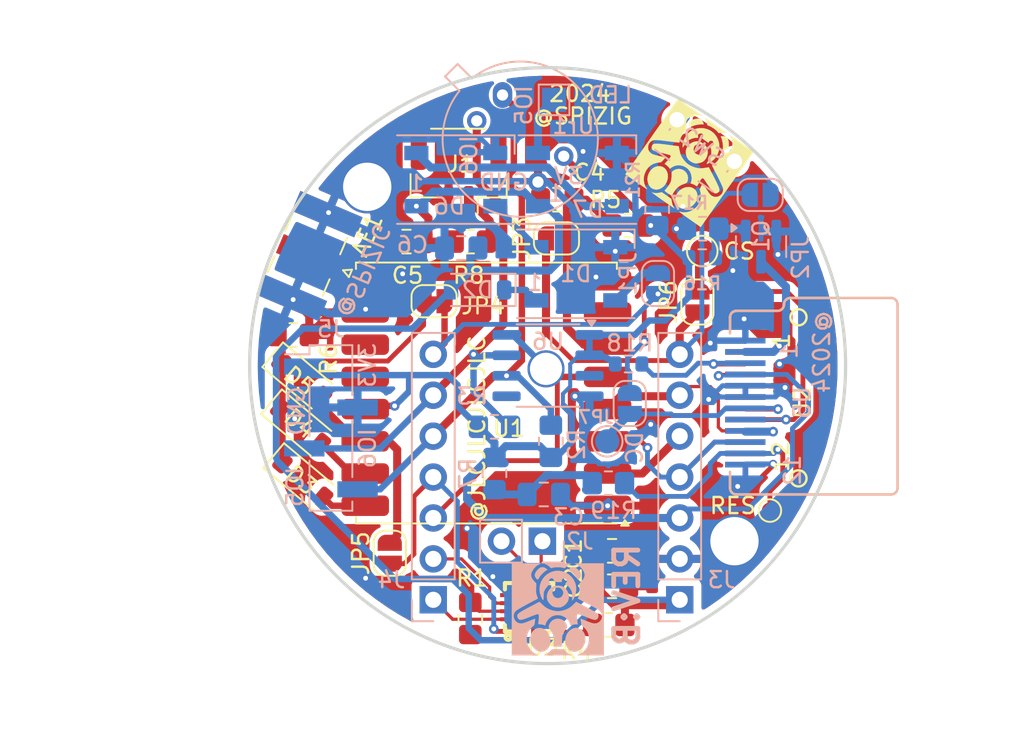
<source format=kicad_pcb>
(kicad_pcb (version 20240108) (generator "pcbnew") (generator_version "8.0")
  (layers (0 "F.Cu" signal) (31 "B.Cu" signal) (34 "B.Paste" user) (35 "F.Paste" user) (36 "B.SilkS" user "B.Silkscreen") (37 "F.SilkS" user "F.Silkscreen") (38 "B.Mask" user) (39 "F.Mask" user) (44 "Edge.Cuts" user))
  (net 0 "")
  (net 1 "GND")
  (net 2 "+3.3VP")
  (net 4 "Net-(C3-Pad1)")
  (net 7 "Net-(D1-DOUT)")
  (net 8 "+BATT")
  (net 9 "/GPIO07")
  (net 10 "/GPIO09")
  (net 11 "/GPIO08")
  (net 12 "/LEDK")
  (net 13 "Net-(Q1-G)")
  (net 14 "Net-(R21-Pad2)")
  (net 17 "Net-(J2-Pin_1)")
  (net 18 "Net-(J2-Pin_2)")
  (net 19 "Net-(U3-GAIN)")
  (net 20 "Net-(U3-SD)")
  (net 21 "/AUDIO_LRC")
  (net 22 "/AUDIO_DIN")
  (net 23 "/AUDIO_BCLK")
  (net 28 "/GPIO03")
  (net 29 "/GPIO06")
  (net 30 "/GPIO05")
  (net 31 "/GPIO43")
  (net 32 "Net-(D3-A)")
  (net 33 "Net-(D4-A)")
  (net 34 "/DIO0")
  (net 35 "/GPIO44")
  (net 36 "Net-(D6-DOUT)")
  (net 37 "Net-(D7-DOUT)")
  (net 38 "/LED_WS2812")
  (net 39 "/SW_X")
  (net 40 "Net-(JP3-B)")
  (net 41 "Net-(AE1-A)")
  (net 42 "Net-(D3-K)")
  (net 43 "Net-(J1-Pin_1)")
  (net 44 "Net-(D1-VDD)")
  (net 45 "/D{slash}C_DIS")
  (net 46 "/LED_DIS")
  (net 47 "/RES_DIS")
  (net 48 "/CS_DIS")
  (footprint "Diode_SMD:D_SOD-123" (layer "F.Cu") (at 98.736027 80.5394 -40)
    (property "Reference" "D5")
    (property "Value" "MBR0530")
  )
  (footprint "Connector_Coaxial:SMA_Samtec_SMA-J-P-X-ST-EM1_EdgeMount" (layer "F.Cu") (at 99.216207 72.895368 -113)
    (property "Reference" "AE1")
    (property "Value" "Antenna_Shield")
  )
  (footprint "Capacitor_SMD:C_0805_2012Metric_Pad1.18x1.45mm_HandSolder" (layer "F.Cu") (at 118 93.4)
    (property "Reference" "C2")
    (property "Value" "100nF")
  )
  (footprint "Connector_JST:JST_GH_SM02B-GHS-TB_1x02-1MP_P1.25mm_Horizontal" (layer "F.Cu") (at 108.475 67.55 180)
    (property "Reference" "J1")
    (property "Value" "Conn_01x02_Female")
  )
  (footprint "Diode_SMD:D_SOD-123" (layer "F.Cu") (at 98.663973 83.4606 -40)
    (property "Reference" "D4")
    (property "Value" "MBR0530")
  )
  (footprint "open-Smartwatch:GC9A01_IPS_display_reversed" (layer "F.Cu") (at 126.525 82 -90)
    (property "Reference" "U2")
    (property "Value" "GC9A01_IPS_display")
  )
  (footprint "Jumper:SolderJumper-2_P1.3mm_Bridged_RoundedPad1.0x1.5mm" (layer "F.Cu") (at 106.95 75.7)
    (property "Reference" "JP4")
    (property "Value" "SolderJumper_2_Open")
  )
  (footprint "Resistor_SMD:R_0805_2012Metric_Pad1.20x1.40mm_HandSolder" (layer "F.Cu") (at 119 71)
    (property "Reference" "R5")
    (property "Value" "10K")
  )
  (footprint "Resistor_SMD:R_0805_2012Metric_Pad1.20x1.40mm_HandSolder" (layer "F.Cu") (at 109.2 95.4 -90)
    (property "Reference" "R1")
    (property "Value" "1K")
  )
  (footprint "Jumper:SolderJumper-2_P1.3mm_Open_RoundedPad1.0x1.5mm" (layer "F.Cu") (at 123.3 75.75 90)
    (property "Reference" "JP6")
    (property "Value" "SolderJumper_2_Open")
  )
  (footprint "baer_klein:baerklein" (layer "F.Cu") (at 122.8 67.1 -35)
    (property "Reference" "TP3" (hide yes))
    (property "Value" "TestPoint" (hide yes))
  )
  (footprint "Capacitor_SMD:C_0805_2012Metric_Pad1.18x1.45mm_HandSolder" (layer "F.Cu") (at 118 91.2)
    (property "Reference" "C1")
    (property "Value" "100nF")
  )
  (footprint "Resistor_SMD:R_0805_2012Metric_Pad1.20x1.40mm_HandSolder" (layer "F.Cu") (at 109.2 72 180)
    (property "Reference" "R8")
    (property "Value" "0R")
  )
  (footprint "Diode_SMD:D_SOD-123" (layer "F.Cu") (at 98.8 86.8 -40)
    (property "Reference" "D3")
    (property "Value" "MBR0530")
  )
  (footprint "Capacitor_SMD:C_0805_2012Metric_Pad1.18x1.45mm_HandSolder" (layer "F.Cu") (at 114.6 69.4)
    (property "Reference" "C4")
    (property "Value" "100nF")
  )
  (footprint "Resistor_SMD:R_0805_2012Metric_Pad1.20x1.40mm_HandSolder" (layer "F.Cu") (at 117.8 95.8 180)
    (property "Reference" "R4")
    (property "Value" "1K")
  )
  (footprint "TestPoint:TestPoint_Pad_D1.0mm" (layer "F.Cu") (at 127.8 88.7)
    (property "Reference" "RES")
    (property "Value" "TestPoint")
  )
  (footprint "Capacitor_SMD:C_0805_2012Metric_Pad1.18x1.45mm_HandSolder" (layer "F.Cu") (at 105.2375 72 180)
    (property "Reference" "C5")
    (property "Value" "4.7uF")
  )
  (footprint "Resistor_SMD:R_0805_2012Metric_Pad1.20x1.40mm_HandSolder" (layer "F.Cu") (at 98.2 77.8 180)
    (property "Reference" "R6")
    (property "Value" "1K")
  )
  (footprint "Jumper:SolderJumper-2_P1.3mm_Open_RoundedPad1.0x1.5mm" (layer "F.Cu") (at 104.2 91.35 90)
    (property "Reference" "JP5")
    (property "Value" "SolderJumper_2_Open")
  )
  (footprint "Jumper:SolderJumper-2_P1.3mm_Open_RoundedPad1.0x1.5mm" (layer "F.Cu") (at 114.55 71.8)
    (property "Reference" "JP3")
    (property "Value" "SolderJumper_2_Open" (hide yes))
  )
  (footprint "tp4056:TQFN-16_L3.0-W3.0-P0.50-BL-EP1.5" (layer "F.Cu") (at 112.849 94.7)
    (property "Reference" "U3")
    (property "Value" "~" (hide yes))
  )
  (footprint "TestPoint:TestPoint_Pad_D1.5mm" (layer "F.Cu") (at 123.6 72.5875)
    (property "Reference" "CS")
    (property "Value" "TestPoint")
  )
  (footprint "RF_Module:HOPERF_RFM9XW_SMD" (layer "F.Cu") (at 110.2 81.4 180)
    (property "Reference" "U1")
    (property "Value" "RFM95W-868S2")
  )
  (footprint "Connector_PinHeader_2.54mm:PinHeader_1x07_P2.54mm_Vertical" (layer "B.Cu") (at 122.2 94.24)
    (property "Reference" "J3")
    (property "Value" "Conn_01x07_Pin")
  )
  (footprint "Capacitor_SMD:C_0805_2012Metric_Pad1.18x1.45mm_HandSolder" (layer "B.Cu") (at 113.7625 87.7)
    (property "Reference" "C3")
    (property "Value" "100nF")
  )
  (footprint "Resistor_SMD:R_0805_2012Metric_Pad1.20x1.40mm_HandSolder" (layer "B.Cu") (at 120.8 70 90)
    (property "Reference" "R21")
    (property "Value" "100K")
  )
  (footprint "LED_SMD:LED_WS2812B_PLCC4_5.0x5.0mm_P3.2mm" (layer "B.Cu") (at 108.3 68.15)
    (property "Reference" "D6")
    (property "Value" "WS2812B")
  )
  (footprint "Resistor_SMD:R_0805_2012Metric_Pad1.20x1.40mm_HandSolder" (layer "B.Cu") (at 117.775 87 180)
    (property "Reference" "R19")
    (property "Value" "0R")
  )
  (footprint "open-Smartwatch:GC9A01_IPS_display" (layer "B.Cu") (at 126.525 82 90)
    (property "Reference" "U5")
    (property "Value" "GC9A01_IPS_display")
  )
  (footprint "Jumper:SolderJumper-2_P1.3mm_Open_RoundedPad1.0x1.5mm" (layer "B.Cu") (at 120.85 74.6 -90)
    (property "Reference" "JP1")
    (property "Value" "SolderJumper_2_Open")
  )
  (footprint "Resistor_SMD:R_0603_1608Metric" (layer "B.Cu") (at 123.6 73 180)
    (property "Reference" "R16")
    (property "Value" "10k")
  )
  (footprint "Connector_PinHeader_2.54mm:PinHeader_1x02_P2.54mm_Vertical" (layer "B.Cu") (at 113.675 90.6 90)
    (property "Reference" "J2")
    (property "Value" "Conn_01x02_Pin" (hide yes))
  )
  (footprint "Connector_PinHeader_2.54mm:PinHeader_1x04_P2.54mm_Vertical_SMD_Pin1Right" (layer "B.Cu") (at 100.545 83.57 180)
    (property "Reference" "J5")
    (property "Value" "Conn_01x04_Pin")
  )
  (footprint "Jumper:SolderJumper-2_P1.3mm_Open_RoundedPad1.0x1.5mm" (layer "B.Cu") (at 127.2 69.1)
    (property "Reference" "JP2")
    (property "Value" "SolderJumper_2_Open")
  )
  (footprint "Diode_SMD:D_SOD-123" (layer "B.Cu") (at 109.65 75 180)
    (property "Reference" "D2")
    (property "Value" "MBR0530")
  )
  (footprint "Capacitor_SMD:C_0805_2012Metric_Pad1.18x1.45mm_HandSolder" (layer "B.Cu") (at 108.6375 72.4 180)
    (property "Reference" "C6")
    (property "Value" "1uF")
  )
  (footprint "TestPoint:TestPoint_Pad_D1.5mm" (layer "B.Cu") (at 117.7 84.4 180)
    (property "Reference" "DC")
    (property "Value" "TestPoint")
  )
  (footprint "Package_TO_SOT_SMD:SOT-23" (layer "B.Cu") (at 127.25 72.3125 -90)
    (property "Reference" "Q1")
    (property "Value" "2N7002")
  )
  (footprint "TestPoint:TestPoint_Pad_1.5x1.5mm" (layer "B.Cu") (at 114.4 63.2 180)
    (property "Reference" "LED")
    (property "Value" "TestPoint")
  )
  (footprint "tp4056:SW_SPST_CK_KMS2xxGP" (layer "B.Cu") (at 123.375352 66.33218 -36)
    (property "Reference" "SW2")
    (property "Value" "SW_Push")
  )
  (footprint "Resistor_SMD:R_0805_2012Metric_Pad1.20x1.40mm_HandSolder" (layer "B.Cu") (at 114.2 84.4 90)
    (property "Reference" "R2")
    (property "Value" "10k")
  )
  (footprint "LED_SMD:LED_WS2812B_PLCC4_5.0x5.0mm_P3.2mm" (layer "B.Cu") (at 115.85 68.15)
    (property "Reference" "D7")
    (property "Value" "WS2812B")
  )
  (footprint "Resistor_SMD:R_0805_2012Metric_Pad1.20x1.40mm_HandSolder" (layer "B.Cu") (at 123.625 71.2)
    (property "Reference" "R17")
    (property "Value" "1M")
  )
  (footprint "Jumper:SolderJumper-2_P1.3mm_Open_RoundedPad1.0x1.5mm" (layer "B.Cu") (at 119.1 82.05 -90)
    (property "Reference" "JP7")
    (property "Value" "SolderJumper_2_Open")
  )
  (footprint "LED_SMD:LED_WS2812B_PLCC4_5.0x5.0mm_P3.2mm" (layer "B.Cu") (at 115.75 74)
    (property "Reference" "D1")
    (property "Value" "WS2812B")
  )
  (footprint "baer_klein:baerklein" (layer "B.Cu") (at 114.649 94.823 180)
    (property "Reference" "TP1" (hide yes))
    (property "Value" "TestPoint" (hide yes))
  )
  (footprint "Connector_PinHeader_2.54mm:PinHeader_1x07_P2.54mm_Vertical" (layer "B.Cu") (at 106.9 94.24)
    (property "Reference" "J4")
    (property "Value" "Conn_01x07_Pin")
  )
  (footprint "Resistor_SMD:R_0805_2012Metric_Pad1.20x1.40mm_HandSolder" (layer "B.Cu") (at 110.7 83.5)
    (property "Reference" "R3")
    (property "Value" "10k")
  )
  (footprint "Resistor_SMD:R_0805_2012Metric_Pad1.20x1.40mm_HandSolder" (layer "B.Cu") (at 110.7 86.4 -90)
    (property "Reference" "R7")
    (property "Value" "10k")
  )
  (footprint "Resistor_SMD:R_0603_1608Metric" (layer "B.Cu") (at 119.025 79.6)
    (property "Reference" "R18")
    (property "Value" "22")
  )
  (footprint "Package_SO:SO-8_3.9x4.9mm_P1.27mm" (layer "B.Cu") (at 114.025 79.695 180)
    (property "Reference" "U6")
    (property "Value" "MT6701CT")
  )
  (footprint "MLX90640:MLX90640" (layer "B.Cu") (at 112.3 63.1 -90)
    (property "Reference" "Ur1")
    (property "Value" "MLX90640")
  )
  (gr_circle (center 114 79.7) (end 132.5 79.7) (stroke (width 0.2)) (fill none) (layer "Edge.Cuts"))
  (gr_text "IO5" (at 113.1 62.2 90) (layer "B.SilkS") (effects (font (size 1 1)) (justify left bottom mirror)))
  (gr_text "@2024" (at 131.6 76.2 90) (layer "B.SilkS") (effects (font (size 1 1)) (justify left bottom mirror)))
  (gr_text "GND" (at 99 80.9 90) (layer "B.SilkS") (effects (font (size 1 1)) (justify left bottom mirror)))
  (gr_text "3V3" (at 103.4 78.2 90) (layer "B.SilkS") (effects (font (size 1 1)) (justify left bottom mirror)))
  (gr_text "@SPIZIG" (at 100.8 76.5 247) (layer "B.SilkS") (effects (font (size 1 1)) (justify left bottom mirror)))
  (gr_text "3V" (at 116.3 68.5 0) (layer "B.SilkS") (effects (font (size 1 1)) (justify left bottom mirror)))
  (gr_text "IO6" (at 109.7 65.3 90) (layer "B.SilkS") (effects (font (size 1 1)) (justify left bottom mirror)))
  (gr_text "GND" (at 112.9 68.9 0) (layer "B.SilkS") (effects (font (size 1 1)) (justify left bottom mirror)))
  (gr_text "IO5" (at 98.9 85.9 90) (layer "B.SilkS") (effects (font (size 1 1)) (justify left bottom mirror)))
  (gr_text "REV:B" (at 119.8 90.6 90) (layer "B.SilkS") (effects (font (size 1.5 1.5) (thickness 0.3) (bold yes)) (justify left bottom mirror)))
  (gr_text "IO6" (at 103.4 83.5 90) (layer "B.SilkS") (effects (font (size 1 1)) (justify left bottom mirror)))
  (gr_text "@JLCJLCJLCJLC" (at 110.2 89.5 90) (layer "F.SilkS") (effects (font (size 1 1)) (justify left bottom)))
  (gr_text "@SPIZIG" (at 113 64.8 0) (layer "F.SilkS") (effects (font (size 1 1)) (justify left bottom)))
  (gr_text "2024" (at 114 63.4 0) (layer "F.SilkS") (effects (font (size 1 1)) (justify left bottom)))
  (segment (start 111.349 94.948) (end 112.601 94.948) (width 0.2) (layer "F.Cu") (net 1))
  (segment (start 100.6 76.4) (end 100.1 76.9) (width 0.5) (layer "F.Cu") (net 1))
  (segment (start 128.63076 80.95) (end 128.74038 81.05962) (width 0.3) (layer "F.Cu") (net 1))
  (segment (start 113.4 68.3) (end 113.4 69.2375) (width 0.4) (layer "F.Cu") (net 1))
  (segment (start 112.599 92.673) (end 112.326 92.4) (width 0.2) (layer "F.Cu") (net 1))
  (segment (start 102.952684 68.447316) (end 102.8 68.6) (width 0.5) (layer "F.Cu") (net 1))
  (segment (start 113.101 96.2) (end 113.101 94.952) (width 0.2) (layer "F.Cu") (net 1))
  (segment (start 128.74038 81.05962) (end 128.74038 79.94038) (width 0.3) (layer "F.Cu") (net 1))
  (segment (start 120.4 83.35) (end 120.95 82.8) (width 0.3) (layer "F.Cu") (net 1))
  (segment (start 129.1375 80.6625) (end 128.74038 81.05962) (width 0.5) (layer "F.Cu") (net 1))
  (segment (start 129.1375 79.4) (end 129.1375 80.6625) (width 0.5) (layer "F.Cu") (net 1))
  (segment (start 115.5 65.7) (end 116.2 66.4) (width 0.4) (layer "F.Cu") (net 1))
  (segment (start 113.4 68.3) (end 113.4 66.885786) (width 0.4) (layer "F.Cu") (net 1))
  (segment (start 126.275 78.15) (end 126.275 76.875) (width 0.2) (layer "F.Cu") (net 1))
  (segment (start 98.112392 75.495794) (end 99.2 76.583402) (width 0.5) (layer "F.Cu") (net 1))
  (segment (start 120.95 82.8) (end 123 82.8) (width 0.3) (layer "F.Cu") (net 1))
  (segment (start 112.599 93.2) (end 112.599 94.45) (width 0.2) (layer "F.Cu") (net 1))
  (segment (start 110.6 92.8) (end 110.4 92.6) (width 0.2) (layer "F.Cu") (net 1))
  (segment (start 100 76.2) (end 99.975 76.225) (width 0.2) (layer "F.Cu") (net 1))
  (segment (start 109.2 93.6) (end 109.2 94.4) (width 0.3) (layer "F.Cu") (net 1))
  (segment (start 112.599 93.2) (end 112.599 92.673) (width 0.2) (layer "F.Cu") (net 1))
  (segment (start 126.275 76.875) (end 126.2 76.8) (width 0.2) (layer "F.Cu") (net 1))
  (segment (start 126.7 87.2) (end 125.8 87.2) (width 0.3) (layer "F.Cu") (net 1))
  (segment (start 110.4 92.234314) (end 109 90.834315) (width 0.2) (layer "F.Cu") (net 1))
  (segment (start 106.897316 68.447316) (end 102.952684 68.447316) (width 0.5) (layer "F.Cu") (net 1))
  (segment (start 102.7 92.9) (end 108.5 92.9) (width 0.3) (layer "F.Cu") (net 1))
  (segment (start 109 90.834315) (end 109 89.8) (width 0.2) (layer "F.Cu") (net 1))
  (segment (start 129.1375 78.176839) (end 129.1375 79.4) (width 0.5) (layer "F.Cu") (net 1))
  (segment (start 128 85.9) (end 126.7 87.2) (width 0.3) (layer "F.Cu") (net 1))
  (segment (start 128.698161 77.7375) (end 129.1375 78.176839) (width 0.5) (layer "F.Cu") (net 1))
  (segment (start 102.675 76.4) (end 100.295338 76.4) (width 0.5) (layer "F.Cu") (net 1))
  (segment (start 123 82.8) (end 124 81.8) (width 0.3) (layer "F.Cu") (net 1))
  (segment (start 110.4 92.6) (end 110.4 92.234314) (width 0.2) (layer "F.Cu") (net 1))
  (segment (start 112.601 94.948) (end 112.849 94.7) (width 0.2) (layer "F.Cu") (net 1))
  (segment (start 107.85 69.4) (end 106.897316 68.447316) (width 0.5) (layer "F.Cu") (net 1))
  (segment (start 126.275 81.65) (end 128.15 81.65) (width 0.25) (layer "F.Cu") (net 1))
  (segment (start 126.275 80.95) (end 128.63076 80.95) (width 0.3) (layer "F.Cu") (net 1))
  (segment (start 128 85.8) (end 128 85.9) (width 0.3) (layer "F.Cu") (net 1))
  (segment (start 99.2 76.583402) (end 99.2 77.8) (width 0.5) (layer "F.Cu") (net 1))
  (segment (start 111.349 94.948) (end 109.748 94.948) (width 0.2) (layer "F.Cu") (net 1))
  (segment (start 100.1 76.9) (end 99.2 77.8) (width 0.5) (layer "F.Cu") (net 1))
  (segment (start 127.1375 77.7375) (end 128.698161 77.7375) (width 0.5) (layer "F.Cu") (net 1))
  (segment (start 126.275 85.85) (end 127.95 85.85) (width 0.2) (layer "F.Cu") (net 1))
  (segment (start 108.5 92.9) (end 109.2 93.6) (width 0.3) (layer "F.Cu") (net 1))
  (segment (start 127.95 85.85) (end 128 85.8) (width 0.2) (layer "F.Cu") (net 1))
  (segment (start 114.585786 65.7) (end 115.5 65.7) (width 0.4) (layer "F.Cu") (net 1))
  (segment (start 111 92.4) (end 110.6 92.8) (width 0.2) (layer "F.Cu") (net 1))
  (segment (start 126.2 76.8) (end 127.1375 77.7375) (width 0.5) (layer "F.Cu") (net 1))
  (segment (start 102.7 76.2) (end 100.6 76.4) (width 0.5) (layer "F.Cu") (net 1))
  (segment (start 128.4 79.6) (end 128.9375 79.6) (width 0.3) (layer "F.Cu") (net 1))
  (segment (start 128.9375 79.6) (end 129.1375 79.4) (width 0.3) (layer "F.Cu") (net 1))
  (segment (start 109.748 94.948) (end 109.2 94.4) (width 0.2) (layer "F.Cu") (net 1))
  (segment (start 113.4 66.885786) (end 114.585786 65.7) (width 0.4) (layer "F.Cu") (net 1))
  (segment (start 113.4 69.2375) (end 113.5625 69.4) (width 0.4) (layer "F.Cu") (net 1))
  (segment (start 102.675 76.4) (end 102.7 76.2) (width 0.5) (layer "F.Cu") (net 1))
  (segment (start 112.326 92.4) (end 111 92.4) (width 0.2) (layer "F.Cu") (net 1))
  (segment (start 128.15 81.65) (end 128.74038 81.05962) (width 0.25) (layer "F.Cu") (net 1))
  (via (at 98.2 75.6) (size 0.5) (drill 0.3) (layers "F.Cu" "B.Cu") (net 1))
  (via (at 125.8 87.2) (size 0.6) (drill 0.3) (layers "F.Cu" "B.Cu") (net 1))
  (via (at 124.1 78.3) (size 0.5) (drill 0.3) (layers "F.Cu" "B.Cu") (net 1))
  (via (at 122 71.2) (size 0.6) (drill 0.3) (layers "F.Cu" "B.Cu") (net 1))
  (via (at 124 81.8) (size 0.6) (drill 0.3) (layers "F.Cu" "B.Cu") (net 1))
  (via (at 122.4 69.8) (size 0.6) (drill 0.3) (layers "F.Cu" "B.Cu") (net 1))
  (via (at 105 74) (size 0.6) (drill 0.3) (layers "F.Cu" "B.Cu") (net 1))
  (via (at 102.8 68.6) (size 3.3) (drill 3) (layers "F.Cu" "B.Cu") (net 1))
  (via (at 117 74.2) (size 0.5) (drill 0.3) (layers "F.Cu" "B.Cu") (net 1))
  (via (at 102.7 92.9) (size 0.5) (drill 0.3) (layers "F.Cu" "B.Cu") (net 1))
  (via (at 109 89.8) (size 0.5) (drill 0.3) (layers "F.Cu" "B.Cu") (net 1))
  (via (at 98.3 83) (size 0.6) (drill 0.3) (layers "F.Cu" "B.Cu") (net 1))
  (via (at 128.74038 81.05962) (size 0.6) (drill 0.3) (layers "F.Cu" "B.Cu") (net 1))
  (via (at 125.6 90.6) (size 3.3) (drill 3) (layers "F.Cu" "B.Cu") (net 1))
  (via (at 120.4 83.35) (size 0.6) (drill 0.3) (layers "F.Cu" "B.Cu") (net 1))
  (via (at 125.5 73.8) (size 0.6) (drill 0.3) (layers "F.Cu" "B.Cu") (net 1))
  (via (at 110.6 92.8) (size 0.6) (drill 0.3) (layers "F.Cu" "B.Cu") (net 1))
  (via (at 102.7 76.2) (size 0.6) (drill 0.3) (layers "F.Cu" "B.Cu") (net 1))
  (via (at 128.4 79.6) (size 0.6) (drill 0.3) (layers "F.Cu" "B.Cu") (net 1))
  (via (at 117.725 88.4) (size 0.6) (drill 0.3) (layers "F.Cu" "B.Cu") (net 1))
  (via (at 116.2 66.4) (size 0.6) (drill 0.3) (layers "F.Cu" "B.Cu") (net 1))
  (via (at 126.2 76.8) (size 0.6) (drill 0.3) (layers "F.Cu" "B.Cu") (net 1))
  (via (at 100.4 70.2) (size 0.5) (drill 0.3) (layers "F.Cu" "B.Cu") (net 1))
  (via (at 118.2 72.6) (size 0.6) (drill 0.3) (layers "F.Cu" "B.Cu") (net 1))
  (via (at 128 85.8) (size 0.5) (drill 0.3) (layers "F.Cu" "B.Cu") (net 1))
  (via (at 115.7 81.6) (size 0.6) (drill 0.3) (layers "F.Cu" "B.Cu") (net 1))
  (via (at 128.3 72.8) (size 0.6) (drill 0.3) (layers "F.Cu" "B.Cu") (net 1))
  (arc (start 100.295338 76.4) (mid 99.113936 76.165005) (end 98.112392 75.495794) (width 0.5) (layer "F.Cu") (net 1))
  (arc (start 128.74038 79.94038) (mid 128.640685 79.699695) (end 128.4 79.6) (width 0.3) (layer "F.Cu") (net 1))
  (segment (start 119.45 67.65) (end 118.3 66.5) (width 0.4) (layer "B.Cu") (net 1))
  (segment (start 124.125 77.675) (end 125 76.8) (width 0.4) (layer "B.Cu") (net 1))
  (segment (start 122.8 71.2) (end 122.8 70.2) (width 0.3) (layer "B.Cu") (net 1))
  (segment (start 118.3 85.8) (end 119.55 84.55) (width 0.3) (layer "B.Cu") (net 1))
  (segment (start 124.85 80.95) (end 124 81.8) (width 0.3) (layer "B.Cu") (net 1))
  (segment (start 122 71.2) (end 122.8 71.2) (width 0.3) (layer "B.Cu") (net 1))
  (segment (start 113.980762 68.3) (end 116.330762 70.65) (width 0.4) (layer "B.Cu") (net 1))
  (segment (start 119.55 84.530761) (end 119.930761 84.15) (width 0.3) (layer "B.Cu") (net 1))
  (segment (start 122.2 70) (end 122.4 69.8) (width 0.4) (layer "B.Cu") (net 1))
  (segment (start 128 85.8) (end 126.325 85.8) (width 0.3) (layer "B.Cu") (net 1))
  (segment (start 115.5 88.4) (end 117.725 88.4) (width 0.4) (layer "B.Cu") (net 1))
  (segment (start 116.1 82) (end 116.1 84.7) (width 0.3) (layer "B.Cu") (net 1))
  (segment (start 126.275 76.875) (end 126.2 76.8) (width 0.4) (layer "B.Cu") (net 1))
  (segment (start 126.275 81.65) (end 128.15 81.65) (width 0.3) (layer "B.Cu") (net 1))
  (segment (start 102.8 67.65) (end 102.8 68.6) (width 0.3) (layer "B.Cu") (net 1))
  (segment (start 124.25 78.15) (end 124.1 78.3) (width 0.4) (layer "B.Cu") (net 1))
  (segment (start 104.75 65.7) (end 102.8 67.65) (width 0.3) (layer "B.Cu") (net 1))
  (segment (start 126.275 78.15) (end 126.275 76.875) (width 0.4) (layer "B.Cu") (net 1))
  (segment (start 124.125 78.275) (end 124.125 77.675) (width 0.4) (layer "B.Cu") (net 1))
  (segment (start 119.930761 84.15) (end 119.95 84.15) (width 0.3) (layer "B.Cu") (net 1))
  (segment (start 126.275 80.95) (end 124.85 80.95) (width 0.3) (layer "B.Cu") (net 1))
  (segment (start 126.325 85.8) (end 126.275 85.85) (width 0.3) (layer "B.Cu") (net 1))
  (segment (start 119.45 70.65) (end 119.45 70.5) (width 0.4) (layer "B.Cu") (net 1))
  (segment (start 124.1 78.3) (end 124.125 78.275) (width 0.4) (layer "B.Cu") (net 1))
  (segment (start 124 81.65) (end 124 81.8) (width 0.3) (layer "B.Cu") (net 1))
  (segment (start 119.95 84.15) (end 120.4 83.7) (width 0.3) (layer "B.Cu") (net 1))
  (segment (start 126.275 81.65) (end 124 81.65) (width 0.3) (layer "B.Cu") (net 1))
  (segment (start 103.15 68.25) (end 113.35 68.25) (width 0.4) (layer "B.Cu") (net 1))
  (segment (start 115.7 81.6) (end 116.1 82) (width 0.3) (layer "B.Cu") (net 1))
  (segment (start 119.55 84.55) (end 119.55 84.530761) (width 0.3) (layer "B.Cu") (net 1))
  (segment (start 102.8 68.6) (end 103.15 68.25) (width 0.4) (layer "B.Cu") (net 1))
  (segment (start 126.275 78.15) (end 124.25 78.15) (width 0.4) (layer "B.Cu") (net 1))
  (segment (start 113.4 68.3) (end 113.980762 68.3) (width 0.4) (layer "B.Cu") (net 1))
  (segment (start 120.4 83.7) (end 120.4 83.35) (width 0.3) (layer "B.Cu") (net 1))
  (segment (start 125 76.8) (end 126.2 76.8) (width 0.4) (layer "B.Cu") (net 1))
  (segment (start 115.7 81.6) (end 116.6 81.6) (width 0.3) (layer "B.Cu") (net 1))
  (segment (start 128.15 81.65) (end 128.74038 81.05962) (width 0.3) (layer "B.Cu") (net 1))
  (segment (start 117.2 85.8) (end 118.3 85.8) (width 0.3) (layer "B.Cu") (net 1))
  (segment (start 119.45 70.5) (end 119.45 67.65) (width 0.4) (layer "B.Cu") (net 1))
  (segment (start 114.8 87.7) (end 115.5 88.4) (width 0.4) (layer "B.Cu") (net 1))
  (segment (start 128.63076 80.95) (end 128.74038 81.05962) (width 0.3) (layer "B.Cu") (net 1))
  (segment (start 119.95 70) (end 122.2 70) (width 0.4) (layer "B.Cu") (net 1))
  (segment (start 116.1 84.7) (end 117.2 85.8) (width 0.3) (layer "B.Cu") (net 1))
  (segment (start 119.45 70.5) (end 119.95 70) (width 0.4) (layer "B.Cu") (net 1))
  (segment (start 110.75 66.5) (end 109.95 65.7) (width 0.3) (layer "B.Cu") (net 1))
  (segment (start 113.35 68.25) (end 113.4 68.3) (width 0.4) (layer "B.Cu") (net 1))
  (segment (start 109.95 65.7) (end 104.75 65.7) (width 0.3) (layer "B.Cu") (net 1))
  (segment (start 116.330762 70.65) (end 119.45 70.65) (width 0.4) (layer "B.Cu") (net 1))
  (segment (start 126.275 80.95) (end 128.63076 80.95) (width 0.3) (layer "B.Cu") (net 1))
  (arc (start 122.8 70.2) (mid 122.682843 69.917157) (end 122.4 69.8) (width 0.3) (layer "B.Cu") (net 1))
  (segment (start 124.700454 80.25) (end 124.615136 80.335318) (width 0.2) (layer "F.Cu") (net 2))
  (segment (start 115 66.7) (end 115.6 67.3) (width 0.4) (layer "F.Cu") (net 2))
  (segment (start 115.6 67.3) (end 116.7 67.3) (width 0.4) (layer "F.Cu") (net 2))
  (segment (start 116.7 67.3) (end 120.4 71) (width 0.4) (layer "F.Cu") (net 2))
  (segment (start 102.875 82.2) (end 102.675 82.4) (width 0.4) (layer "F.Cu") (net 2))
  (segment (start 104.5 82.2) (end 102.875 82.2) (width 0.4) (layer "F.Cu") (net 2))
  (segment (start 126.275 80.25) (end 124.700454 80.25) (width 0.2) (layer "F.Cu") (net 2))
  (via (at 120.4 71) (size 0.6) (drill 0.3) (layers "F.Cu" "B.Cu") (net 2))
  (via (at 104.5 82.2) (size 0.6) (drill 0.3) (layers "F.Cu" "B.Cu") (net 2))
  (via (at 124.615136 80.335318) (size 0.6) (drill 0.3) (layers "F.Cu" "B.Cu") (net 2))
  (segment (start 108.4 80.9) (end 107.79 80.29) (width 0.4) (layer "B.Cu") (net 2))
  (segment (start 105.4 80.29) (end 105.4 81.3) (width 0.4) (layer "B.Cu") (net 2))
  (segment (start 114.95 82.15) (end 115 82.2) (width 0.25) (layer "B.Cu") (net 2))
  (segment (start 105.4 80.29) (end 98.52 80.29) (width 0.4) (layer "B.Cu") (net 2))
  (segment (start 119.42005 77.79) (end 120.31005 76.9) (width 0.4) (layer "B.Cu") (net 2))
  (segment (start 122.775 73) (end 122.5 73) (width 0.4) (layer "B.Cu") (net 2))
  (segment (start 110.4 85.4) (end 110.7 85.4) (width 0.5) (layer "B.Cu") (net 2))
  (segment (start 116.213026 79.06) (end 116.6 79.06) (width 0.4) (layer "B.Cu") (net 2))
  (segment (start 130.2 82.6) (end 129.2 83.6) (width 0.3) (layer "B.Cu") (net 2))
  (segment (start 129.2 85.828428) (end 126.428428 88.6) (width 0.3) (layer "B.Cu") (net 2))
  (segment (start 115.4 79.6) (end 115.94 79.06) (width 0.25) (layer "B.Cu") (net 2))
  (segment (start 98.52 80.29) (end 97.99 79.76) (width 0.4) (layer "B.Cu") (net 2))
  (segment (start 109.6 83.1875) (end 109.5875 83.2) (width 0.3) (layer "B.Cu") (net 2))
  (segment (start 109 86.8) (end 110.4 85.4) (width 0.5) (layer "B.Cu") (net 2))
  (segment (start 128.85 80.25) (end 130.2 81.6) (width 0.3) (layer "B.Cu") (net 2))
  (segment (start 114.2 85.4) (end 114.526166 85.4) (width 0.4) (layer "B.Cu") (net 2))
  (segment (start 114.526166 85.4) (end 115.5 84.426166) (width 0.4) (layer "B.Cu") (net 2))
  (segment (start 110.7 85.4) (end 110.7 84.4875) (width 0.5) (layer "B.Cu") (net 2))
  (segment (start 115.5 82.7) (end 115 82.2) (width 0.4) (layer "B.Cu") (net 2))
  (segment (start 126.428428 88.6) (end 122.76 88.6) (width 0.3) (layer "B.Cu") (net 2))
  (segment (start 129.2 83.6) (end 129.2 85.828428) (width 0.3) (layer "B.Cu") (net 2))
  (segment (start 111.4 84.7) (end 110.7 85.4) (width 0.5) (layer "B.Cu") (net 2))
  (segment (start 110.35 85.1125) (end 111 85.7625) (width 0.3) (layer "B.Cu") (net 2))
  (segment (start 122.2 89.16) (end 110.16 89.16) (width 0.5) (layer "B.Cu") (net 2))
  (segment (start 126.189682 80.335318) (end 126.275 80.25) (width 0.2) (layer "B.Cu") (net 2))
  (segment (start 114.2 85.4) (end 113.5 84.7) (width 0.5) (layer "B.Cu") (net 2))
  (segment (start 115.5 84.426166) (end 115.5 82.7) (width 0.4) (layer "B.Cu") (net 2))
  (segment (start 105.4 81.3) (end 104.5 82.2) (width 0.4) (layer "B.Cu") (net 2))
  (segment (start 108.4 82.2) (end 108.4 80.9) (width 0.4) (layer "B.Cu") (net 2))
  (segment (start 114.95 81.45) (end 114.95 82.15) (width 0.25) (layer "B.Cu") (net 2))
  (segment (start 124.615136 80.335318) (end 126.189682 80.335318) (width 0.2) (layer "B.Cu") (net 2))
  (segment (start 110.16 89.16) (end 109 88) (width 0.5) (layer "B.Cu") (net 2))
  (segment (start 120.31005 76.9) (end 121.3 76.9) (width 0.4) (layer "B.Cu") (net 2))
  (segment (start 116.6 79.06) (end 116.896325 79.06) (width 0.4) (layer "B.Cu") (net 2))
  (segment (start 107.79 80.29) (end 105.4 80.29) (width 0.4) (layer "B.Cu") (net 2))
  (segment (start 120.8 71.3) (end 120.8 71) (width 0.4) (layer "B.Cu") (net 2))
  (segment (start 116.6 79.06) (end 116.6 77.79) (width 0.4) (layer "B.Cu") (net 2))
  (segment (start 122.76 88.6) (end 122.2 89.16) (width 0.3) (layer "B.Cu") (net 2))
  (segment (start 115.4 81) (end 115.4 79.6) (width 0.25) (layer "B.Cu") (net 2))
  (segment (start 116.6 77.79) (end 119.42005 77.79) (width 0.4) (layer "B.Cu") (net 2))
  (segment (start 115.94 79.06) (end 116.6 79.06) (width 0.25) (layer "B.Cu") (net 2))
  (segment (start 109.7 83.5) (end 108.4 82.2) (width 0.4) (layer "B.Cu") (net 2))
  (segment (start 111.334378 85.7625) (end 111 85.7625) (width 0.5) (layer "B.Cu") (net 2))
  (segment (start 109 88) (end 109 86.8) (width 0.5) (layer "B.Cu") (net 2))
  (segment (start 122.5 73) (end 120.8 71.3) (width 0.4) (layer "B.Cu") (net 2))
  (segment (start 114.95 81.45) (end 115.4 81) (width 0.25) (layer "B.Cu") (net 2))
  (segment (start 120.8 71) (end 120.4 71) (width 0.3) (layer "B.Cu") (net 2))
  (segment (start 110.7 84.4875) (end 109.5 83.2875) (width 0.5) (layer "B.Cu") (net 2))
  (segment (start 113.5 84.7) (end 111.4 84.7) (width 0.5) (layer "B.Cu") (net 2))
  (segment (start 122.775 75.425) (end 122.775 73) (width 0.4) (layer "B.Cu") (net 2))
  (segment (start 121.3 76.9) (end 122.775 75.425) (width 0.4) (layer "B.Cu") (net 2))
  (segment (start 126.275 80.25) (end 128.85 80.25) (width 0.3) (layer "B.Cu") (net 2))
  (segment (start 130.2 81.6) (end 130.2 82.6) (width 0.3) (layer "B.Cu") (net 2))
  (arc (start 116.896325 79.06) (mid 117.601868 79.200342) (end 118.2 79.6) (width 0.4) (layer "B.Cu") (net 2))
  (segment (start 116.775 87) (end 116.375 87.4) (width 0.5) (layer "B.Cu") (net 4))
  (segment (start 113.925 86.5) (end 116.275 86.5) (width 0.5) (layer "B.Cu") (net 4))
  (segment (start 112.725 87.7) (end 113.925 86.5) (width 0.5) (layer "B.Cu") (net 4))
  (segment (start 111 87.7) (end 110.7 87.4) (width 0.5) (layer "B.Cu") (net 4))
  (segment (start 112.725 87.7) (end 111 87.7) (width 0.5) (layer "B.Cu") (net 4))
  (segment (start 116.275 86.5) (end 116.775 87) (width 0.5) (layer "B.Cu") (net 4))
  (segment (start 110.75 69.8) (end 113.3 72.35) (width 0.4) (layer "B.Cu") (net 7))
  (segment (start 118.1375 94.575) (end 116.9625 93.4) (width 0.5) (layer "F.Cu") (net 8))
  (segment (start 118.8 94.575) (end 118.1375 94.575) (width 0.5) (layer "F.Cu") (net 8))
  (segment (start 106.6 70.55) (end 105.85 69.8) (width 0.5) (layer "F.Cu") (net 8))
  (segment (start 114.349 94.448) (end 115.3 94.448) (width 0.25) (layer "F.Cu") (net 8))
  (segment (start 106.6 72) (end 106.6 70.55) (width 0.5) (layer "F.Cu") (net 8))
  (segment (start 121.865 94.575) (end 118.8 94.575) (width 0.5) (layer "F.Cu") (net 8))
  (segment (start 115.8 93.948) (end 116.4145 93.948) (width 0.5) (layer "F.Cu") (net 8))
  (segment (start 116.9625 91.2) (end 116.9625 93.4) (width 0.5) (layer "F.Cu") (net 8))
  (segment (start 114.349 93.948) (end 115.8 93.948) (width 0.5) (layer "F.Cu") (net 8))
  (segment (start 106.275 72) (end 108.2 72) (width 0.5) (layer "F.Cu") (net 8))
  (segment (start 115.3 94.448) (end 115.8 93.948) (width 0.25) (layer "F.Cu") (net 8))
  (segment (start 116.4145 93.948) (end 116.9625 93.4) (width 0.5) (layer "F.Cu") (net 8))
  (segment (start 118.8 95.8) (end 118.8 94.575) (width 0.5) (layer "F.Cu") (net 8))
  (via (at 105.85 69.8) (size 0.6) (drill 0.3) (layers "F.Cu" "B.Cu") (net 8))
  (segment (start 109.2 72.875) (end 109.675 72.4) (width 0.5) (layer "B.Cu") (net 8))
  (segment (start 117.36 94.24) (end 122.2 94.24) (width 0.4) (layer "B.Cu") (net 8))
  (segment (start 109.848 96.748) (end 114.852 96.748) (width 0.4) (layer "B.Cu") (net 8))
  (segment (start 109.1 96) (end 109.848 96.748) (width 0.4) (layer "B.Cu") (net 8))
  (segment (start 97.138879 79.061121) (end 98.8 77.4) (width 0.4) (layer "B.Cu") (net 8))
  (segment (start 106.7 92.95) (end 104.515379 92.95) (width 0.4) (layer "B.Cu") (net 8))
  (segment (start 109.1 93.94) (end 109.1 96) (width 0.4) (layer "B.Cu") (net 8))
  (segment (start 114.7 70.539339) (end 114.7 73.2) (width 0.5) (layer "B.Cu") (net 8))
  (segment (start 104.515379 92.95) (end 97.240325 85.674946) (width 0.4) (layer "B.Cu") (net 8))
  (segment (start 106.9 68.9) (end 112.5 68.9) (width 0.5) (layer "B.Cu") (net 8))
  (segment (start 97.0915 85.412244) (end 99.695 88.015744) (width 0.3) (layer "B.Cu") (net 8))
  (segment (start 99.695 88.23) (end 104.365 92.9) (width 0.3) (layer "B.Cu") (net 8))
  (segment (start 99.695 88.015744) (end 99.695 88.23) (width 0.3) (layer "B.Cu") (net 8))
  (segment (start 113.960661 69.8) (end 114.7 70.539339) (width 0.5) (layer "B.Cu") (net 8))
  (segment (start 109.2 73.8) (end 108 75) (width 0.5) (layer "B.Cu") (net 8))
  (segment (start 98.8 77.4) (end 105.6 77.4) (width 0.4) (layer "B.Cu") (net 8))
  (segment (start 114.852 96.748) (end 117.36 94.24) (width 0.4) (layer "B.Cu") (net 8))
  (segment (start 106 69.8) (end 106.9 68.9) (width 0.5) (layer "B.Cu") (net 8))
  (segment (start 108.05 92.95) (end 106.7 92.95) (width 0.4) (layer "B.Cu") (net 8))
  (segment (start 114.7 73.2) (end 114.1 73.8) (width 0.5) (layer "B.Cu") (net 8))
  (segment (start 97.240325 85.674946) (end 97.138879 85.396225) (width 0.4) (layer "B.Cu") (net 8))
  (segment (start 112.5 68.9) (end 113.4 69.8) (width 0.5) (layer "B.Cu") (net 8))
  (segment (start 114.1 73.8) (end 109.2 73.8) (width 0.5) (layer "B.Cu") (net 8))
  (segment (start 105.6 77.4) (end 108 75) (width 0.4) (layer "B.Cu") (net 8))
  (segment (start 106.7 92.95) (end 108.11 92.95) (width 0.4) (layer "B.Cu") (net 8))
  (segment (start 97.138879 85.396225) (end 97.138879 79.061121) (width 0.4) (layer "B.Cu") (net 8))
  (segment (start 113.4 69.8) (end 113.960661 69.8) (width 0.5) (layer "B.Cu") (net 8))
  (segment (start 108.11 92.95) (end 109.1 93.94) (width 0.4) (layer "B.Cu") (net 8))
  (segment (start 109.2 73.8) (end 109.2 72.875) (width 0.5) (layer "B.Cu") (net 8))
  (segment (start 122.14 81.6) (end 122.2 81.54) (width 0.5) (layer "F.Cu") (net 9))
  (segment (start 122.74 81) (end 122.2 81.54) (width 0.2) (layer "F.Cu") (net 9))
  (segment (start 124.6 81.5) (end 124.1 81) (width 0.2) (layer "F.Cu") (net 9))
  (segment (start 127.95 83.75) (end 128 83.8) (width 0.2) (layer "F.Cu") (net 9))
  (segment (start 124.825 83.75) (end 124.6 83.525) (width 0.2) (layer "F.Cu") (net 9))
  (segment (start 117.725 82.4) (end 118.525 81.6) (width 0.5) (layer "F.Cu") (net 9))
  (segment (start 126.275 83.75) (end 127.95 83.75) (width 0.2) (layer "F.Cu") (net 9))
  (segment (start 124.1 81) (end 122.74 81) (width 0.2) (layer "F.Cu") (net 9))
  (segment (start 126.275 83.75) (end 124.825 83.75) (width 0.2) (layer "F.Cu") (net 9))
  (segment (start 124.6 83.525) (end 124.6 81.5) (width 0.2) (layer "F.Cu") (net 9))
  (segment (start 118.525 81.6) (end 122.14 81.6) (width 0.5) (layer "F.Cu") (net 9))
  (via (at 128 83.8) (size 0.6) (drill 0.3) (layers "F.Cu" "B.Cu") (net 9))
  (segment (start 128 83.8) (end 126.275 83.8) (width 0.5) (layer "B.Cu") (net 9))
  (segment (start 117.725 84.4) (end 119.8 84.4) (width 0.3) (layer "F.Cu") (net 10))
  (segment (start 119.8 84.4) (end 120.2 84.8) (width 0.3) (layer "F.Cu") (net 10))
  (segment (start 122.2 86.62) (end 124.37 84.45) (width 0.3) (layer "F.Cu") (net 10))
  (segment (start 124.37 84.45) (end 126.275 84.45) (width 0.3) (layer "F.Cu") (net 10))
  (via (at 120.2 84.8) (size 0.6) (drill 0.3) (layers "F.Cu" "B.Cu") (net 10))
  (segment (start 120.2 84.8) (end 120.2 85.8) (width 0.3) (layer "B.Cu") (net 10))
  (segment (start 126.275 84.45) (end 124.37 84.45) (width 0.3) (layer "B.Cu") (net 10))
  (segment (start 124.37 84.45) (end 122.2 86.62) (width 0.3) (layer "B.Cu") (net 10))
  (segment (start 120.2 85.8) (end 121.02 86.62) (width 0.3) (layer "B.Cu") (net 10))
  (segment (start 121.02 86.62) (end 122.2 86.62) (width 0.3) (layer "B.Cu") (net 10))
  (segment (start 119.88 86.4) (end 117.725 86.4) (width 0.5) (layer "F.Cu") (net 11))
  (segment (start 122.2 84.08) (end 119.88 86.4) (width 0.5) (layer "F.Cu") (net 11))
  (segment (start 126.275 78.85) (end 128.025 78.85) (width 0.3) (layer "F.Cu") (net 12))
  (segment (start 128.025 78.85) (end 128.3875 78.4875) (width 0.3) (layer "F.Cu") (net 12))
  (via (at 128.3875 78.4875) (size 0.6) (drill 0.3) (layers "F.Cu" "B.Cu") (net 12))
  (segment (start 128.8 78.075) (end 128.8 74.8) (width 0.5) (layer "B.Cu") (net 12))
  (segment (start 128.025 78.85) (end 128.3875 78.4875) (width 0.5) (layer "B.Cu") (net 12))
  (segment (start 126.275 78.85) (end 128.025 78.85) (width 0.5) (layer "B.Cu") (net 12))
  (segment (start 128.8 74.8) (end 127.25 73.25) (width 0.5) (layer "B.Cu") (net 12))
  (segment (start 128.3875 78.4875) (end 128.8 78.075) (width 0.5) (layer "B.Cu") (net 12))
  (segment (start 124.45 71.2) (end 125.9625 71.2) (width 0.5) (layer "B.Cu") (net 13))
  (segment (start 125.9625 71.2) (end 126.1375 71.375) (width 0.5) (layer "B.Cu") (net 13))
  (segment (start 124.425 73) (end 124.425 71.225) (width 0.5) (layer "B.Cu") (net 13))
  (segment (start 120.6 66.421072) (end 121.246639 65.774433) (width 0.5) (layer "B.Cu") (net 14))
  (segment (start 120.6 69) (end 120.6 66.421072) (width 0.5) (layer "B.Cu") (net 14))
  (segment (start 113.599 93.2) (end 113.599 90.676) (width 0.2) (layer "F.Cu") (net 17))
  (segment (start 111.135 90.6) (end 113.099 92.564) (width 0.2) (layer "F.Cu") (net 18))
  (segment (start 113.099 92.564) (end 113.099 93.2) (width 0.2) (layer "F.Cu") (net 18))
  (segment (start 112.526 96.8) (end 112.6 96.726) (width 0.2) (layer "F.Cu") (net 19))
  (segment (start 112.6 96.726) (end 112.6 96.2) (width 0.2) (layer "F.Cu") (net 19))
  (segment (start 109.6 96.8) (end 112.526 96.8) (width 0.2) (layer "F.Cu") (net 19))
  (segment (start 113.6 96.2) (end 116.4 96.2) (width 0.2) (layer "F.Cu") (net 20))
  (segment (start 110.4 94.024) (end 110.4 93.448529) (width 0.2) (layer "F.Cu") (net 21))
  (segment (start 108.651471 91.7) (end 106.9 91.7) (width 0.2) (layer "F.Cu") (net 21))
  (segment (start 110.4 93.448529) (end 108.651471 91.7) (width 0.2) (layer "F.Cu") (net 21))
  (segment (start 110.824 94.448) (end 110.4 94.024) (width 0.2) (layer "F.Cu") (net 21))
  (segment (start 111.349 94.448) (end 110.824 94.448) (width 0.2) (layer "F.Cu") (net 21))
  (segment (start 106.9 86.62) (end 105.7 87.82) (width 0.3) (layer "F.Cu") (net 22))
  (segment (start 110.808786 96.2) (end 112.101 96.2) (width 0.3) (layer "F.Cu") (net 22))
  (segment (start 105.1 92) (end 104.2 92) (width 0.3) (layer "F.Cu") (net 22))
  (segment (start 105.7 91.4) (end 105.1 92) (width 0.3) (layer "F.Cu") (net 22))
  (segment (start 110.656786 96.048) (end 110.808786 96.2) (width 0.3) (layer "F.Cu") (net 22))
  (segment (start 105.7 87.82) (end 105.7 91.4) (width 0.3) (layer "F.Cu") (net 22))
  (via (at 110.656786 96.048) (size 0.6) (drill 0.3) (layers "F.Cu" "B.Cu") (net 22))
  (segment (start 110.656786 94.156786) (end 108.4 91.9) (width 0.3) (layer "B.Cu") (net 22))
  (segment (start 108.4 88.12) (end 106.9 86.62) (width 0.3) (layer "B.Cu") (net 22))
  (segment (start 110.656786 96.048) (end 110.656786 94.156786) (width 0.3) (layer "B.Cu") (net 22))
  (segment (start 108.4 91.9) (end 108.4 88.12) (width 0.3) (layer "B.Cu") (net 22))
  (segment (start 108.108 95.448) (end 106.9 94.24) (width 0.2) (layer "F.Cu") (net 23))
  (segment (start 111.349 95.448) (end 108.108 95.448) (width 0.2) (layer "F.Cu") (net 23))
  (segment (start 114.4 80.4) (end 113.9 79.9) (width 0.4) (layer "F.Cu") (net 28))
  (segment (start 114.603006 80.603006) (end 113.9 79.9) (width 0.3) (layer "F.Cu") (net 28))
  (segment (start 110.46 85.6) (end 114.506012 85.6) (width 0.3) (layer "F.Cu") (net 28))
  (segment (start 114.603006 85.696994) (end 114.603006 80.603006) (width 0.3) (layer "F.Cu") (net 28))
  (segment (start 106.9 89.16) (end 110.46 85.6) (width 0.3) (layer "F.Cu") (net 28))
  (segment (start 117.725 80.4) (end 114.4 80.4) (width 0.4) (layer "F.Cu") (net 28))
  (segment (start 114.506012 85.6) (end 114.603006 85.696994) (width 0.3) (layer "F.Cu") (net 28))
  (via (at 113.9 79.9) (size 2.3) (drill 2) (layers "F.Cu" "B.Cu") (net 28))
  (segment (start 112.19 77.79) (end 111.45 77.79) (width 0.4) (layer "B.Cu") (net 28))
  (segment (start 111.45 77.79) (end 111.836974 77.79) (width 0.4) (layer "B.Cu") (net 28))
  (segment (start 113.9 79.853026) (end 113.9 79.9) (width 0.4) (layer "B.Cu") (net 28))
  (segment (start 111.836974 77.79) (end 113.9 79.853026) (width 0.4) (layer "B.Cu") (net 28))
  (segment (start 109.4 79) (end 111.25 77.15) (width 0.5) (layer "F.Cu") (net 29))
  (segment (start 109.6 68.197316) (end 109.6 64.5) (width 0.5) (layer "F.Cu") (net 29))
  (segment (start 111.25 69.847316) (end 109.6 68.197316) (width 0.5) (layer "F.Cu") (net 29))
  (segment (start 106.9 81.54) (end 106.9 81.5) (width 0.5) (layer "F.Cu") (net 29))
  (segment (start 111.25 77.15) (end 111.25 69.847316) (width 0.5) (layer "F.Cu") (net 29))
  (segment (start 106.9 81.5) (end 109.4 79) (width 0.5) (layer "F.Cu") (net 29))
  (via (at 109.4 79) (size 0.6) (drill 0.3) (layers "F.Cu" "B.Cu") (net 29))
  (segment (start 111.45 79.06) (end 109.46 79.06) (width 0.2) (layer "B.Cu") (net 29))
  (segment (start 109.4 79.7) (end 109.4 79) (width 0.4) (layer "B.Cu") (net 29))
  (segment (start 111.6 83.5) (end 109.4 81.3) (width 0.4) (layer "B.Cu") (net 29))
  (segment (start 98.89 84.84) (end 103.6 84.84) (width 0.4) (layer "B.Cu") (net 29))
  (segment (start 110.04 79.06) (end 111.45 79.06) (width 0.4) (layer "B.Cu") (net 29))
  (segment (start 109.4 79.7) (end 110.04 79.06) (width 0.4) (layer "B.Cu") (net 29))
  (segment (start 103.6 84.84) (end 106.9 81.54) (width 0.4) (layer "B.Cu") (net 29))
  (segment (start 109.46 79.06) (end 109.4 79) (width 0.2) (layer "B.Cu") (net 29))
  (segment (start 109.4 81.3) (end 109.4 79.7) (width 0.4) (layer "B.Cu") (net 29))
  (segment (start 106.9 84.08) (end 110.65 80.33) (width 0.5) (layer "F.Cu") (net 30))
  (segment (start 111.9 63.6) (end 111.2 62.9) (width 0.4) (layer "F.Cu") (net 30))
  (segment (start 112.4 79.38) (end 112.4 69.156738) (width 0.4) (layer "F.Cu") (net 30))
  (segment (start 111.9 67.543262) (end 111.9 63.6) (width 0.4) (layer "F.Cu") (net 30))
  (segment (start 111.45 80.33) (end 112.4 79.38) (width 0.4) (layer "F.Cu") (net 30))
  (segment (start 111.6125 68.369238) (end 111.6125 67.830762) (width 0.4) (layer "F.Cu") (net 30))
  (segment (start 110.65 80.33) (end 111.45 80.33) (width 0.5) (layer "F.Cu") (net 30))
  (segment (start 112.4 69.156738) (end 111.6125 68.369238) (width 0.4) (layer "F.Cu") (net 30))
  (segment (start 111.6125 67.830762) (end 111.9 67.543262) (width 0.4) (layer "F.Cu") (net 30))
  (via (at 111.45 80.33) (size 0.6) (drill 0.3) (layers "F.Cu" "B.Cu") (net 30))
  (segment (start 106.9 84.08) (end 106.97 84.15) (width 0.3) (layer "B.Cu") (net 30))
  (segment (start 103.6 87.38) (end 106.9 84.08) (width 0.4) (layer "B.Cu") (net 30))
  (segment (start 102.2 87.38) (end 103.6 87.38) (width 0.4) (layer "B.Cu") (net 30))
  (segment (start 112.13 80.33) (end 114.2 82.4) (width 0.4) (layer "B.Cu") (net 30))
  (segment (start 111.45 80.33) (end 112.13 80.33) (width 0.4) (layer "B.Cu") (net 30))
  (segment (start 114.2 82.4) (end 114.2 83.4) (width 0.4) (layer "B.Cu") (net 30))
  (segment (start 106.9 79) (end 107.6 78.3) (width 0.4) (layer "F.Cu") (net 31))
  (segment (start 107.6 78.3) (end 107.6 75.7) (width 0.4) (layer "F.Cu") (net 31))
  (segment (start 120 76.1) (end 120.85 75.25) (width 0.3) (layer "F.Cu") (net 31))
  (segment (start 120 78.2) (end 120 76.1) (width 0.3) (layer "F.Cu") (net 31))
  (via (at 120.85 75.25) (size 0.6) (drill 0.3) (layers "F.Cu" "B.Cu") (net 31))
  (via (at 120 78.2) (size 0.6) (drill 0.3) (layers "F.Cu" "B.Cu") (net 31))
  (segment (start 120 78.2) (end 119.991642 78.2) (width 0.3) (layer "B.Cu") (net 31))
  (segment (start 106.9 79) (end 108.76 77.14) (width 0.3) (layer "B.Cu") (net 31))
  (segment (start 108.76 77.14) (end 118.96 77.14) (width 0.3) (layer "B.Cu") (net 31))
  (segment (start 118.95 79.241642) (end 118.95 79.987057) (width 0.3) (layer "B.Cu") (net 31))
  (segment (start 119.1 80.137057) (end 119.1 81.4) (width 0.3) (layer "B.Cu") (net 31))
  (segment (start 118.96 77.14) (end 120.85 75.25) (width 0.3) (layer "B.Cu") (net 31))
  (segment (start 119.991642 78.2) (end 118.95 79.241642) (width 0.3) (layer "B.Cu") (net 31))
  (segment (start 118.95 79.987057) (end 119.1 80.137057) (width 0.3) (layer "B.Cu") (net 31))
  (segment (start 102.675 88.4) (end 100.603373 88.4) (width 0.4) (layer "F.Cu") (net 32))
  (segment (start 100.603373 88.4) (end 100.063973 87.8606) (width 0.4) (layer "F.Cu") (net 32))
  (segment (start 102.675 86.4) (end 101.806746 86.4) (width 0.4) (layer "F.Cu") (net 33))
  (segment (start 101.806746 86.4) (end 99.927946 84.5212) (width 0.4) (layer "F.Cu") (net 33))
  (segment (start 102.11459 84.4) (end 100 82.28541) (width 0.5) (layer "F.Cu") (net 34))
  (segment (start 104.659496 84.909496) (end 104.15 84.4) (width 0.5) (layer "F.Cu") (net 34))
  (segment (start 104.15 84.4) (end 102.675 84.4) (width 0.5) (layer "F.Cu") (net 34))
  (segment (start 102.675 84.4) (end 102.11459 84.4) (width 0.5) (layer "F.Cu") (net 34))
  (segment (start 104.2 90.7) (end 104.659496 90.240504) (width 0.5) (layer "F.Cu") (net 34))
  (segment (start 100 82.28541) (end 100 81.6) (width 0.5) (layer "F.Cu") (net 34))
  (segment (start 104.659496 90.240504) (end 104.659496 84.909496) (width 0.5) (layer "F.Cu") (net 34))
  (segment (start 115.9 79.385) (end 115.585 79.385) (width 0.3) (layer "F.Cu") (net 35))
  (segment (start 113.9 71.8) (end 113.9 77.7) (width 0.5) (layer "F.Cu") (net 35))
  (segment (start 122.2 79) (end 122.2 77.5) (width 0.5) (layer "F.Cu") (net 35))
  (segment (start 115.585 79.385) (end 113.9 77.7) (width 0.3) (layer "F.Cu") (net 35))
  (segment (start 121.815 79.385) (end 115.9 79.385) (width 0.3) (layer "F.Cu") (net 35))
  (segment (start 122.2 79) (end 121.815 79.385) (width 0.3) (layer "F.Cu") (net 35))
  (segment (start 122.2 77.5) (end 123.3 76.4) (width 0.5) (layer "F.Cu") (net 35))
  (segment (start 123.575 77.625) (end 122.2 79) (width 0.3) (layer "B.Cu") (net 35))
  (segment (start 123.575 70.594544) (end 123.575 77.625) (width 0.3) (layer "B.Cu") (net 35))
  (segment (start 126.8 69) (end 125.169544 69) (width 0.3) (layer "B.Cu") (net 35))
  (segment (start 125.169544 69) (end 123.575 70.594544) (width 0.3) (layer "B.Cu") (net 35))
  (segment (start 116.4 69.8) (end 114 67.4) (width 0.5) (layer "B.Cu") (net 36))
  (segment (start 114 67.4) (end 106.75 67.4) (width 0.5) (layer "B.Cu") (net 36))
  (segment (start 106.75 67.4) (end 105.85 66.5) (width 0.5) (layer "B.Cu") (net 36))
  (segment (start 118.3 69.8) (end 116.4 69.8) (width 0.5) (layer "B.Cu") (net 36))
  (segment (start 113.4 66.5) (end 113.4 64.2) (width 0.5) (layer "B.Cu") (net 37))
  (segment (start 113.4 64.2) (end 114.4 63.2) (width 0.5) (layer "B.Cu") (net 37))
  (segment (start 119.95 73.95) (end 120.85 73.95) (width 0.5) (layer "B.Cu") (net 38))
  (segment (start 118.2 75.7) (end 119.95 73.95) (width 0.5) (layer "B.Cu") (net 38))
  (segment (start 128.1 68.682966) (end 128.1 69) (width 0.2) (layer "B.Cu") (net 39))
  (segment (start 127.974134 68.517942) (end 128.1 68.682966) (width 0.2) (layer "B.Cu") (net 39))
  (segment (start 124.563608 68.184353) (end 126.015647 68.184353) (width 0.2) (layer "B.Cu") (net 39))
  (segment (start 127.843002 68.361665) (end 127.974134 68.517942) (width 0.2) (layer "B.Cu") (net 39))
  (segment (start 127.426337 67.945) (end 127.843002 68.361665) (width 0.2) (layer "B.Cu") (net 39))
  (segment (start 126.255 67.945) (end 127.426337 67.945) (width 0.2) (layer "B.Cu") (net 39))
  (segment (start 126.015647 68.184353) (end 126.255 67.945) (width 0.2) (layer "B.Cu") (net 39))
  (segment (start 115.2 69.8375) (end 115.6375 69.4) (width 0.5) (layer "F.Cu") (net 40))
  (segment (start 115.6375 69.4) (end 116.4 69.4) (width 0.5) (layer "F.Cu") (net 40))
  (segment (start 116.4 69.4) (end 118 71) (width 0.5) (layer "F.Cu") (net 40))
  (segment (start 117.725 78.4) (end 116.25 78.4) (width 0.5) (layer "F.Cu") (net 40))
  (segment (start 115.2 77.35) (end 115.2 71.8) (width 0.5) (layer "F.Cu") (net 40))
  (segment (start 115.2 71.8) (end 115.2 69.8375) (width 0.5) (layer "F.Cu") (net 40))
  (segment (start 116.25 78.4) (end 115.2 77.35) (width 0.5) (layer "F.Cu") (net 40))
  (segment (start 102.548943 74.273942) (end 102.675 74.4) (width 0.85) (layer "F.Cu") (net 41))
  (segment (start 100.412949 73.389185) (end 101.2 74.176236) (width 0.85) (layer "F.Cu") (net 41))
  (arc (start 99.032106 72.817221) (mid 100.935404 73.195811) (end 102.548943 74.273942) (width 0.85) (layer "F.Cu") (net 41))
  (arc (start 99.032106 72.817221) (mid 99.779413 72.96587) (end 100.412949 73.389185) (width 0.85) (layer "F.Cu") (net 41))
  (segment (start 106.3 75.7) (end 106.3 77.193988) (width 0.3) (layer "F.Cu") (net 42))
  (segment (start 106.3 77.193988) (end 104.078988 79.415) (width 0.3) (layer "F.Cu") (net 42))
  (segment (start 97.536027 78.136027) (end 97.2 77.8) (width 0.4) (layer "F.Cu") (net 42))
  (segment (start 104.078988 79.415) (end 97.535854 79.415) (width 0.3) (layer "F.Cu") (net 42))
  (segment (start 97.535854 79.415) (end 97.472054 79.4788) (width 0.3) (layer "F.Cu") (net 42))
  (segment (start 97.536027 85.7394) (end 97.536027 78.136027) (width 0.4) (layer "F.Cu") (net 42))
  (segment (start 109.1 69.4) (end 110.4 70.7) (width 0.5) (layer "F.Cu") (net 43))
  (segment (start 110.4 70.7) (end 110.4 71.8) (width 0.5) (layer "F.Cu") (net 43))
  (segment (start 110.4 71.8) (end 110.2 72) (width 0.5) (layer "F.Cu") (net 43))
  (segment (start 113.1 75.7) (end 113.3 75.7) (width 0.3) (layer "B.Cu") (net 44))
  (segment (start 112.65 75) (end 113.3 75.65) (width 0.4) (layer "B.Cu") (net 44))
  (segment (start 111.3 75) (end 112.65 75) (width 0.4) (layer "B.Cu") (net 44))
  (segment (start 126.325 82.4) (end 126.275 82.35) (width 0.3) (layer "F.Cu") (net 45))
  (segment (start 128.3 82.4) (end 126.325 82.4) (width 0.3) (layer "F.Cu") (net 45))
  (via (at 128.3 82.4) (size 0.6) (drill 0.3) (layers "F.Cu" "B.Cu") (net 45))
  (segment (start 117.7 84.1) (end 119.1 82.7) (width 0.5) (layer "B.Cu") (net 45))
  (segment (start 128.25 82.35) (end 128.3 82.4) (width 0.3) (layer "B.Cu") (net 45))
  (segment (start 121.662943 82.7) (end 119.1 82.7) (width 0.3) (layer "B.Cu") (net 45))
  (segment (start 117.7 84.4) (end 117.7 84.1) (width 0.5) (layer "B.Cu") (net 45))
  (segment (start 121.762943 82.8) (end 121.662943 82.7) (width 0.3) (layer "B.Cu") (net 45))
  (segment (start 126.275 82.35) (end 125.05 82.35) (width 0.3) (layer "B.Cu") (net 45))
  (segment (start 126.275 82.35) (end 128.25 82.35) (width 0.3) (layer "B.Cu") (net 45))
  (segment (start 124.6 82.8) (end 121.762943 82.8) (width 0.3) (layer "B.Cu") (net 45))
  (segment (start 125.05 82.35) (end 124.6 82.8) (width 0.3) (layer "B.Cu") (net 45))
  (segment (start 124.3 79.6) (end 126.225 79.6) (width 0.3) (layer "F.Cu") (net 46))
  (segment (start 126.225 79.6) (end 126.275 79.55) (width 0.3) (layer "F.Cu") (net 46))
  (via (at 124.3 79.6) (size 0.6) (drill 0.3) (layers "F.Cu" "B.Cu") (net 46))
  (segment (start 124.3 79.6) (end 124.25 79.55) (width 0.3) (layer "B.Cu") (net 46))
  (segment (start 120.55 80.3) (end 119.85 79.6) (width 0.3) (layer "B.Cu") (net 46))
  (segment (start 124.3 79.6) (end 124.35 79.55) (width 0.3) (layer "B.Cu") (net 46))
  (segment (start 124.25 79.55) (end 123.347057 79.55) (width 0.3) (layer "B.Cu") (net 46))
  (segment (start 122.597057 80.3) (end 120.55 80.3) (width 0.3) (layer "B.Cu") (net 46))
  (segment (start 123.347057 79.55) (end 122.597057 80.3) (width 0.3) (layer "B.Cu") (net 46))
  (segment (start 124.35 79.55) (end 126.275 79.55) (width 0.3) (layer "B.Cu") (net 46))
  (segment (start 128.05 85.15) (end 126.275 85.15) (width 0.3) (layer "F.Cu") (net 47))
  (segment (start 127.8 87.5) (end 127.8 88.7) (width 0.3) (layer "F.Cu") (net 47))
  (segment (start 128.3 84.9) (end 128.6 85.2) (width 0.3) (layer "F.Cu") (net 47))
  (segment (start 128.3 84.9) (end 128.05 85.15) (width 0.3) (layer "F.Cu") (net 47))
  (segment (start 128.6 86.7) (end 127.8 87.5) (width 0.3) (layer "F.Cu") (net 47))
  (segment (start 128.6 85.2) (end 128.6 86.7) (width 0.3) (layer "F.Cu") (net 47))
  (via (at 128.3 84.9) (size 0.6) (drill 0.3) (layers "F.Cu" "B.Cu") (net 47))
  (segment (start 119.595 87.82) (end 118.6 86.825) (width 0.3) (layer "B.Cu") (net 47))
  (segment (start 126.275 85.15) (end 124.725 85.15) (width 0.3) (layer "B.Cu") (net 47))
  (segment (start 126.275 85.15) (end 128.05 85.15) (width 0.3) (layer "B.Cu") (net 47))
  (segment (start 124.725 85.15) (end 124.1 85.775) (width 0.3) (layer "B.Cu") (net 47))
  (segment (start 122.697057 87.82) (end 119.595 87.82) (width 0.3) (layer "B.Cu") (net 47))
  (segment (start 124.1 86.417057) (end 122.697057 87.82) (width 0.3) (layer "B.Cu") (net 47))
  (segment (start 124.1 85.775) (end 124.1 86.417057) (width 0.3) (layer "B.Cu") (net 47))
  (segment (start 128.05 85.15) (end 128.3 84.9) (width 0.3) (layer "B.Cu") (net 47))
  (segment (start 129.85 76.1) (end 129.85 82.469239) (width 0.3) (layer "F.Cu") (net 48))
  (segment (start 129.269239 83.05) (end 128.8 83.05) (width 0.3) (layer "F.Cu") (net 48))
  (segment (start 123.3 75.1) (end 128.85 75.1) (width 0.3) (layer "F.Cu") (net 48))
  (segment (start 129.85 82.469239) (end 129.269239 83.05) (width 0.3) (layer "F.Cu") (net 48))
  (segment (start 123.3 72.8875) (end 123.6 72.5875) (width 0.3) (layer "F.Cu") (net 48))
  (segment (start 123.3 75.1) (end 123.3 72.8875) (width 0.3) (layer "F.Cu") (net 48))
  (segment (start 128.8 83.05) (end 126.275 83.05) (width 0.3) (layer "F.Cu") (net 48))
  (segment (start 128.85 75.1) (end 129.85 76.1) (width 0.3) (layer "F.Cu") (net 48))
  (via (at 128.8 83.05) (size 0.6) (drill 0.3) (layers "F.Cu" "B.Cu") (net 48))
  (segment (start 126.275 83.05) (end 128.8 83.05) (width 0.2) (layer "B.Cu") (net 48))
  (zone (net 1) (net_name "GND") (layer "F.Cu") (connect_pads (clearance 0.5)) (min_thickness 0.25) (fill yes (thermal_gap 0.5) (thermal_bridge_width 0.5))
    (polygon (pts (xy 88.4 57) (xy 143.6 59.6) (xy 139.2 103) (xy 84.6 99.4) (xy 88.6 57)))
  )
  (zone (net 1) (net_name "GND") (layer "B.Cu") (connect_pads (clearance 0.5)) (min_thickness 0.25) (fill yes (thermal_gap 0.5) (thermal_bridge_width 0.5))
    (polygon (pts (xy 83.8 57) (xy 139 59.6) (xy 134.6 103) (xy 80 99.4) (xy 84 57)))
  )
)
</source>
